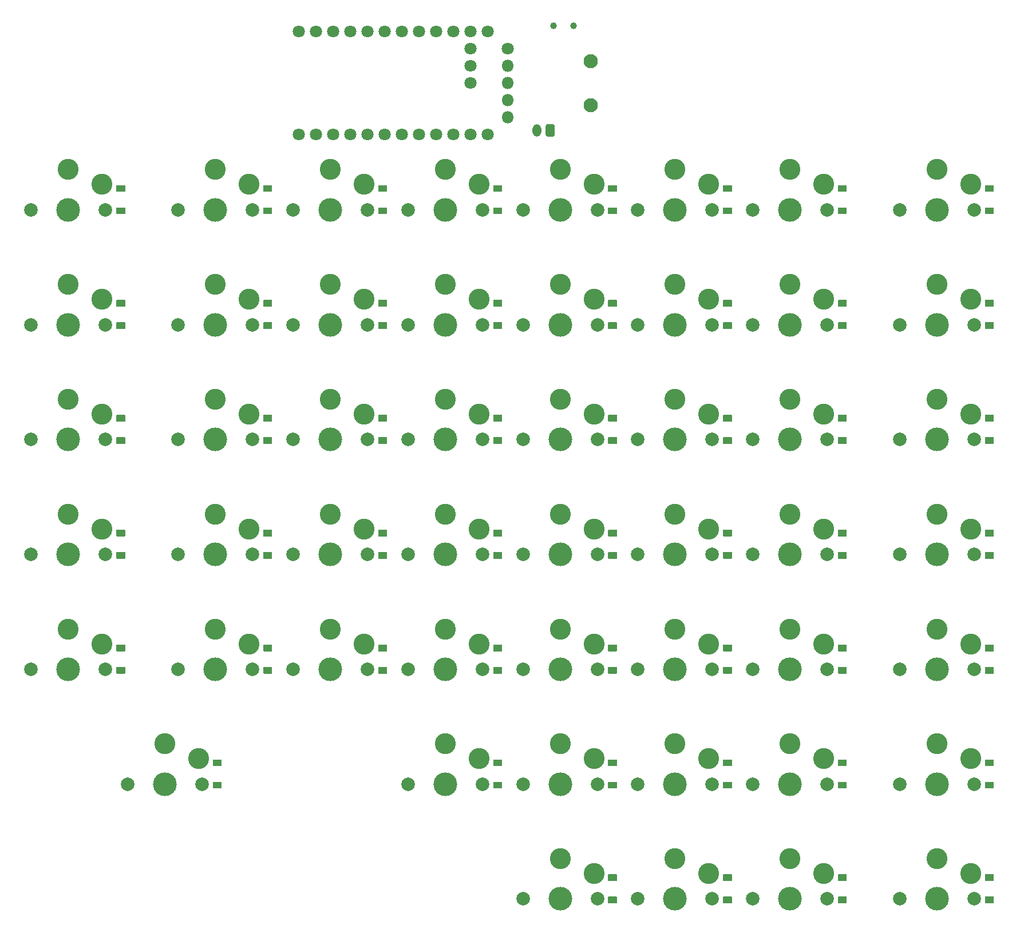
<source format=gts>
G04 #@! TF.GenerationSoftware,KiCad,Pcbnew,8.0.4+1*
G04 #@! TF.CreationDate,2024-10-01T15:26:09+00:00*
G04 #@! TF.ProjectId,right,72696768-742e-46b6-9963-61645f706362,v0.2*
G04 #@! TF.SameCoordinates,Original*
G04 #@! TF.FileFunction,Soldermask,Top*
G04 #@! TF.FilePolarity,Negative*
%FSLAX46Y46*%
G04 Gerber Fmt 4.6, Leading zero omitted, Abs format (unit mm)*
G04 Created by KiCad (PCBNEW 8.0.4+1) date 2024-10-01 15:26:09*
%MOMM*%
%LPD*%
G01*
G04 APERTURE LIST*
%ADD10O,1.800000X1.800000*%
%ADD11C,1.800000*%
%ADD12O,1.300000X1.850000*%
%ADD13C,2.000000*%
%ADD14C,3.100000*%
%ADD15C,3.500000*%
%ADD16C,2.100000*%
%ADD17C,1.000000*%
G04 APERTURE END LIST*
G36*
G01*
X361600000Y-83650000D02*
X360400000Y-83650000D01*
G75*
G02*
X360350000Y-83600000I0J50000D01*
G01*
X360350000Y-82700000D01*
G75*
G02*
X360400000Y-82650000I50000J0D01*
G01*
X361600000Y-82650000D01*
G75*
G02*
X361650000Y-82700000I0J-50000D01*
G01*
X361650000Y-83600000D01*
G75*
G02*
X361600000Y-83650000I-50000J0D01*
G01*
G37*
G36*
G01*
X361600000Y-80350000D02*
X360400000Y-80350000D01*
G75*
G02*
X360350000Y-80300000I0J50000D01*
G01*
X360350000Y-79400000D01*
G75*
G02*
X360400000Y-79350000I50000J0D01*
G01*
X361600000Y-79350000D01*
G75*
G02*
X361650000Y-79400000I0J-50000D01*
G01*
X361650000Y-80300000D01*
G75*
G02*
X361600000Y-80350000I-50000J0D01*
G01*
G37*
G36*
G01*
X254850000Y-49650000D02*
X253650000Y-49650000D01*
G75*
G02*
X253600000Y-49600000I0J50000D01*
G01*
X253600000Y-48700000D01*
G75*
G02*
X253650000Y-48650000I50000J0D01*
G01*
X254850000Y-48650000D01*
G75*
G02*
X254900000Y-48700000I0J-50000D01*
G01*
X254900000Y-49600000D01*
G75*
G02*
X254850000Y-49650000I-50000J0D01*
G01*
G37*
G36*
G01*
X254850000Y-46350000D02*
X253650000Y-46350000D01*
G75*
G02*
X253600000Y-46300000I0J50000D01*
G01*
X253600000Y-45400000D01*
G75*
G02*
X253650000Y-45350000I50000J0D01*
G01*
X254850000Y-45350000D01*
G75*
G02*
X254900000Y-45400000I0J-50000D01*
G01*
X254900000Y-46300000D01*
G75*
G02*
X254850000Y-46350000I-50000J0D01*
G01*
G37*
G36*
G01*
X269100000Y-117650000D02*
X267900000Y-117650000D01*
G75*
G02*
X267850000Y-117600000I0J50000D01*
G01*
X267850000Y-116700000D01*
G75*
G02*
X267900000Y-116650000I50000J0D01*
G01*
X269100000Y-116650000D01*
G75*
G02*
X269150000Y-116700000I0J-50000D01*
G01*
X269150000Y-117600000D01*
G75*
G02*
X269100000Y-117650000I-50000J0D01*
G01*
G37*
G36*
G01*
X269100000Y-114350000D02*
X267900000Y-114350000D01*
G75*
G02*
X267850000Y-114300000I0J50000D01*
G01*
X267850000Y-113400000D01*
G75*
G02*
X267900000Y-113350000I50000J0D01*
G01*
X269100000Y-113350000D01*
G75*
G02*
X269150000Y-113400000I0J-50000D01*
G01*
X269150000Y-114300000D01*
G75*
G02*
X269100000Y-114350000I-50000J0D01*
G01*
G37*
G36*
G01*
X327600000Y-100650000D02*
X326400000Y-100650000D01*
G75*
G02*
X326350000Y-100600000I0J50000D01*
G01*
X326350000Y-99700000D01*
G75*
G02*
X326400000Y-99650000I50000J0D01*
G01*
X327600000Y-99650000D01*
G75*
G02*
X327650000Y-99700000I0J-50000D01*
G01*
X327650000Y-100600000D01*
G75*
G02*
X327600000Y-100650000I-50000J0D01*
G01*
G37*
G36*
G01*
X327600000Y-97350000D02*
X326400000Y-97350000D01*
G75*
G02*
X326350000Y-97300000I0J50000D01*
G01*
X326350000Y-96400000D01*
G75*
G02*
X326400000Y-96350000I50000J0D01*
G01*
X327600000Y-96350000D01*
G75*
G02*
X327650000Y-96400000I0J-50000D01*
G01*
X327650000Y-97300000D01*
G75*
G02*
X327600000Y-97350000I-50000J0D01*
G01*
G37*
G36*
G01*
X293600000Y-66650000D02*
X292400000Y-66650000D01*
G75*
G02*
X292350000Y-66600000I0J50000D01*
G01*
X292350000Y-65700000D01*
G75*
G02*
X292400000Y-65650000I50000J0D01*
G01*
X293600000Y-65650000D01*
G75*
G02*
X293650000Y-65700000I0J-50000D01*
G01*
X293650000Y-66600000D01*
G75*
G02*
X293600000Y-66650000I-50000J0D01*
G01*
G37*
G36*
G01*
X293600000Y-63350000D02*
X292400000Y-63350000D01*
G75*
G02*
X292350000Y-63300000I0J50000D01*
G01*
X292350000Y-62400000D01*
G75*
G02*
X292400000Y-62350000I50000J0D01*
G01*
X293600000Y-62350000D01*
G75*
G02*
X293650000Y-62400000I0J-50000D01*
G01*
X293650000Y-63300000D01*
G75*
G02*
X293600000Y-63350000I-50000J0D01*
G01*
G37*
G36*
G01*
X293600000Y-83650000D02*
X292400000Y-83650000D01*
G75*
G02*
X292350000Y-83600000I0J50000D01*
G01*
X292350000Y-82700000D01*
G75*
G02*
X292400000Y-82650000I50000J0D01*
G01*
X293600000Y-82650000D01*
G75*
G02*
X293650000Y-82700000I0J-50000D01*
G01*
X293650000Y-83600000D01*
G75*
G02*
X293600000Y-83650000I-50000J0D01*
G01*
G37*
G36*
G01*
X293600000Y-80350000D02*
X292400000Y-80350000D01*
G75*
G02*
X292350000Y-80300000I0J50000D01*
G01*
X292350000Y-79400000D01*
G75*
G02*
X292400000Y-79350000I50000J0D01*
G01*
X293600000Y-79350000D01*
G75*
G02*
X293650000Y-79400000I0J-50000D01*
G01*
X293650000Y-80300000D01*
G75*
G02*
X293600000Y-80350000I-50000J0D01*
G01*
G37*
G36*
G01*
X310600000Y-49650000D02*
X309400000Y-49650000D01*
G75*
G02*
X309350000Y-49600000I0J50000D01*
G01*
X309350000Y-48700000D01*
G75*
G02*
X309400000Y-48650000I50000J0D01*
G01*
X310600000Y-48650000D01*
G75*
G02*
X310650000Y-48700000I0J-50000D01*
G01*
X310650000Y-49600000D01*
G75*
G02*
X310600000Y-49650000I-50000J0D01*
G01*
G37*
G36*
G01*
X310600000Y-46350000D02*
X309400000Y-46350000D01*
G75*
G02*
X309350000Y-46300000I0J50000D01*
G01*
X309350000Y-45400000D01*
G75*
G02*
X309400000Y-45350000I50000J0D01*
G01*
X310600000Y-45350000D01*
G75*
G02*
X310650000Y-45400000I0J-50000D01*
G01*
X310650000Y-46300000D01*
G75*
G02*
X310600000Y-46350000I-50000J0D01*
G01*
G37*
G36*
G01*
X383350000Y-134650000D02*
X382150000Y-134650000D01*
G75*
G02*
X382100000Y-134600000I0J50000D01*
G01*
X382100000Y-133700000D01*
G75*
G02*
X382150000Y-133650000I50000J0D01*
G01*
X383350000Y-133650000D01*
G75*
G02*
X383400000Y-133700000I0J-50000D01*
G01*
X383400000Y-134600000D01*
G75*
G02*
X383350000Y-134650000I-50000J0D01*
G01*
G37*
G36*
G01*
X383350000Y-131350000D02*
X382150000Y-131350000D01*
G75*
G02*
X382100000Y-131300000I0J50000D01*
G01*
X382100000Y-130400000D01*
G75*
G02*
X382150000Y-130350000I50000J0D01*
G01*
X383350000Y-130350000D01*
G75*
G02*
X383400000Y-130400000I0J-50000D01*
G01*
X383400000Y-131300000D01*
G75*
G02*
X383350000Y-131350000I-50000J0D01*
G01*
G37*
G36*
G01*
X327600000Y-117650000D02*
X326400000Y-117650000D01*
G75*
G02*
X326350000Y-117600000I0J50000D01*
G01*
X326350000Y-116700000D01*
G75*
G02*
X326400000Y-116650000I50000J0D01*
G01*
X327600000Y-116650000D01*
G75*
G02*
X327650000Y-116700000I0J-50000D01*
G01*
X327650000Y-117600000D01*
G75*
G02*
X327600000Y-117650000I-50000J0D01*
G01*
G37*
G36*
G01*
X327600000Y-114350000D02*
X326400000Y-114350000D01*
G75*
G02*
X326350000Y-114300000I0J50000D01*
G01*
X326350000Y-113400000D01*
G75*
G02*
X326400000Y-113350000I50000J0D01*
G01*
X327600000Y-113350000D01*
G75*
G02*
X327650000Y-113400000I0J-50000D01*
G01*
X327650000Y-114300000D01*
G75*
G02*
X327600000Y-114350000I-50000J0D01*
G01*
G37*
G36*
G01*
X310600000Y-100650000D02*
X309400000Y-100650000D01*
G75*
G02*
X309350000Y-100600000I0J50000D01*
G01*
X309350000Y-99700000D01*
G75*
G02*
X309400000Y-99650000I50000J0D01*
G01*
X310600000Y-99650000D01*
G75*
G02*
X310650000Y-99700000I0J-50000D01*
G01*
X310650000Y-100600000D01*
G75*
G02*
X310600000Y-100650000I-50000J0D01*
G01*
G37*
G36*
G01*
X310600000Y-97350000D02*
X309400000Y-97350000D01*
G75*
G02*
X309350000Y-97300000I0J50000D01*
G01*
X309350000Y-96400000D01*
G75*
G02*
X309400000Y-96350000I50000J0D01*
G01*
X310600000Y-96350000D01*
G75*
G02*
X310650000Y-96400000I0J-50000D01*
G01*
X310650000Y-97300000D01*
G75*
G02*
X310600000Y-97350000I-50000J0D01*
G01*
G37*
G36*
G01*
X383350000Y-32650000D02*
X382150000Y-32650000D01*
G75*
G02*
X382100000Y-32600000I0J50000D01*
G01*
X382100000Y-31700000D01*
G75*
G02*
X382150000Y-31650000I50000J0D01*
G01*
X383350000Y-31650000D01*
G75*
G02*
X383400000Y-31700000I0J-50000D01*
G01*
X383400000Y-32600000D01*
G75*
G02*
X383350000Y-32650000I-50000J0D01*
G01*
G37*
G36*
G01*
X383350000Y-29350000D02*
X382150000Y-29350000D01*
G75*
G02*
X382100000Y-29300000I0J50000D01*
G01*
X382100000Y-28400000D01*
G75*
G02*
X382150000Y-28350000I50000J0D01*
G01*
X383350000Y-28350000D01*
G75*
G02*
X383400000Y-28400000I0J-50000D01*
G01*
X383400000Y-29300000D01*
G75*
G02*
X383350000Y-29350000I-50000J0D01*
G01*
G37*
D10*
X311460000Y-18330000D03*
X311460000Y-15790000D03*
X311460000Y-13250000D03*
X311460000Y-10710000D03*
D11*
X311460000Y-8170000D03*
G36*
G01*
X383350000Y-49650000D02*
X382150000Y-49650000D01*
G75*
G02*
X382100000Y-49600000I0J50000D01*
G01*
X382100000Y-48700000D01*
G75*
G02*
X382150000Y-48650000I50000J0D01*
G01*
X383350000Y-48650000D01*
G75*
G02*
X383400000Y-48700000I0J-50000D01*
G01*
X383400000Y-49600000D01*
G75*
G02*
X383350000Y-49650000I-50000J0D01*
G01*
G37*
G36*
G01*
X383350000Y-46350000D02*
X382150000Y-46350000D01*
G75*
G02*
X382100000Y-46300000I0J50000D01*
G01*
X382100000Y-45400000D01*
G75*
G02*
X382150000Y-45350000I50000J0D01*
G01*
X383350000Y-45350000D01*
G75*
G02*
X383400000Y-45400000I0J-50000D01*
G01*
X383400000Y-46300000D01*
G75*
G02*
X383350000Y-46350000I-50000J0D01*
G01*
G37*
G36*
G01*
X254850000Y-100650000D02*
X253650000Y-100650000D01*
G75*
G02*
X253600000Y-100600000I0J50000D01*
G01*
X253600000Y-99700000D01*
G75*
G02*
X253650000Y-99650000I50000J0D01*
G01*
X254850000Y-99650000D01*
G75*
G02*
X254900000Y-99700000I0J-50000D01*
G01*
X254900000Y-100600000D01*
G75*
G02*
X254850000Y-100650000I-50000J0D01*
G01*
G37*
G36*
G01*
X254850000Y-97350000D02*
X253650000Y-97350000D01*
G75*
G02*
X253600000Y-97300000I0J50000D01*
G01*
X253600000Y-96400000D01*
G75*
G02*
X253650000Y-96350000I50000J0D01*
G01*
X254850000Y-96350000D01*
G75*
G02*
X254900000Y-96400000I0J-50000D01*
G01*
X254900000Y-97300000D01*
G75*
G02*
X254850000Y-97350000I-50000J0D01*
G01*
G37*
G36*
G01*
X383350000Y-66650000D02*
X382150000Y-66650000D01*
G75*
G02*
X382100000Y-66600000I0J50000D01*
G01*
X382100000Y-65700000D01*
G75*
G02*
X382150000Y-65650000I50000J0D01*
G01*
X383350000Y-65650000D01*
G75*
G02*
X383400000Y-65700000I0J-50000D01*
G01*
X383400000Y-66600000D01*
G75*
G02*
X383350000Y-66650000I-50000J0D01*
G01*
G37*
G36*
G01*
X383350000Y-63350000D02*
X382150000Y-63350000D01*
G75*
G02*
X382100000Y-63300000I0J50000D01*
G01*
X382100000Y-62400000D01*
G75*
G02*
X382150000Y-62350000I50000J0D01*
G01*
X383350000Y-62350000D01*
G75*
G02*
X383400000Y-62400000I0J-50000D01*
G01*
X383400000Y-63300000D01*
G75*
G02*
X383350000Y-63350000I-50000J0D01*
G01*
G37*
G36*
G01*
X361600000Y-32650000D02*
X360400000Y-32650000D01*
G75*
G02*
X360350000Y-32600000I0J50000D01*
G01*
X360350000Y-31700000D01*
G75*
G02*
X360400000Y-31650000I50000J0D01*
G01*
X361600000Y-31650000D01*
G75*
G02*
X361650000Y-31700000I0J-50000D01*
G01*
X361650000Y-32600000D01*
G75*
G02*
X361600000Y-32650000I-50000J0D01*
G01*
G37*
G36*
G01*
X361600000Y-29350000D02*
X360400000Y-29350000D01*
G75*
G02*
X360350000Y-29300000I0J50000D01*
G01*
X360350000Y-28400000D01*
G75*
G02*
X360400000Y-28350000I50000J0D01*
G01*
X361600000Y-28350000D01*
G75*
G02*
X361650000Y-28400000I0J-50000D01*
G01*
X361650000Y-29300000D01*
G75*
G02*
X361600000Y-29350000I-50000J0D01*
G01*
G37*
G36*
G01*
X310600000Y-66650000D02*
X309400000Y-66650000D01*
G75*
G02*
X309350000Y-66600000I0J50000D01*
G01*
X309350000Y-65700000D01*
G75*
G02*
X309400000Y-65650000I50000J0D01*
G01*
X310600000Y-65650000D01*
G75*
G02*
X310650000Y-65700000I0J-50000D01*
G01*
X310650000Y-66600000D01*
G75*
G02*
X310600000Y-66650000I-50000J0D01*
G01*
G37*
G36*
G01*
X310600000Y-63350000D02*
X309400000Y-63350000D01*
G75*
G02*
X309350000Y-63300000I0J50000D01*
G01*
X309350000Y-62400000D01*
G75*
G02*
X309400000Y-62350000I50000J0D01*
G01*
X310600000Y-62350000D01*
G75*
G02*
X310650000Y-62400000I0J-50000D01*
G01*
X310650000Y-63300000D01*
G75*
G02*
X310600000Y-63350000I-50000J0D01*
G01*
G37*
G36*
G01*
X310600000Y-83650000D02*
X309400000Y-83650000D01*
G75*
G02*
X309350000Y-83600000I0J50000D01*
G01*
X309350000Y-82700000D01*
G75*
G02*
X309400000Y-82650000I50000J0D01*
G01*
X310600000Y-82650000D01*
G75*
G02*
X310650000Y-82700000I0J-50000D01*
G01*
X310650000Y-83600000D01*
G75*
G02*
X310600000Y-83650000I-50000J0D01*
G01*
G37*
G36*
G01*
X310600000Y-80350000D02*
X309400000Y-80350000D01*
G75*
G02*
X309350000Y-80300000I0J50000D01*
G01*
X309350000Y-79400000D01*
G75*
G02*
X309400000Y-79350000I50000J0D01*
G01*
X310600000Y-79350000D01*
G75*
G02*
X310650000Y-79400000I0J-50000D01*
G01*
X310650000Y-80300000D01*
G75*
G02*
X310600000Y-80350000I-50000J0D01*
G01*
G37*
G36*
G01*
X344600000Y-49650000D02*
X343400000Y-49650000D01*
G75*
G02*
X343350000Y-49600000I0J50000D01*
G01*
X343350000Y-48700000D01*
G75*
G02*
X343400000Y-48650000I50000J0D01*
G01*
X344600000Y-48650000D01*
G75*
G02*
X344650000Y-48700000I0J-50000D01*
G01*
X344650000Y-49600000D01*
G75*
G02*
X344600000Y-49650000I-50000J0D01*
G01*
G37*
G36*
G01*
X344600000Y-46350000D02*
X343400000Y-46350000D01*
G75*
G02*
X343350000Y-46300000I0J50000D01*
G01*
X343350000Y-45400000D01*
G75*
G02*
X343400000Y-45350000I50000J0D01*
G01*
X344600000Y-45350000D01*
G75*
G02*
X344650000Y-45400000I0J-50000D01*
G01*
X344650000Y-46300000D01*
G75*
G02*
X344600000Y-46350000I-50000J0D01*
G01*
G37*
G36*
G01*
X276600000Y-32650000D02*
X275400000Y-32650000D01*
G75*
G02*
X275350000Y-32600000I0J50000D01*
G01*
X275350000Y-31700000D01*
G75*
G02*
X275400000Y-31650000I50000J0D01*
G01*
X276600000Y-31650000D01*
G75*
G02*
X276650000Y-31700000I0J-50000D01*
G01*
X276650000Y-32600000D01*
G75*
G02*
X276600000Y-32650000I-50000J0D01*
G01*
G37*
G36*
G01*
X276600000Y-29350000D02*
X275400000Y-29350000D01*
G75*
G02*
X275350000Y-29300000I0J50000D01*
G01*
X275350000Y-28400000D01*
G75*
G02*
X275400000Y-28350000I50000J0D01*
G01*
X276600000Y-28350000D01*
G75*
G02*
X276650000Y-28400000I0J-50000D01*
G01*
X276650000Y-29300000D01*
G75*
G02*
X276600000Y-29350000I-50000J0D01*
G01*
G37*
G36*
G01*
X383350000Y-83650000D02*
X382150000Y-83650000D01*
G75*
G02*
X382100000Y-83600000I0J50000D01*
G01*
X382100000Y-82700000D01*
G75*
G02*
X382150000Y-82650000I50000J0D01*
G01*
X383350000Y-82650000D01*
G75*
G02*
X383400000Y-82700000I0J-50000D01*
G01*
X383400000Y-83600000D01*
G75*
G02*
X383350000Y-83650000I-50000J0D01*
G01*
G37*
G36*
G01*
X383350000Y-80350000D02*
X382150000Y-80350000D01*
G75*
G02*
X382100000Y-80300000I0J50000D01*
G01*
X382100000Y-79400000D01*
G75*
G02*
X382150000Y-79350000I50000J0D01*
G01*
X383350000Y-79350000D01*
G75*
G02*
X383400000Y-79400000I0J-50000D01*
G01*
X383400000Y-80300000D01*
G75*
G02*
X383350000Y-80350000I-50000J0D01*
G01*
G37*
G36*
G01*
X344600000Y-66650000D02*
X343400000Y-66650000D01*
G75*
G02*
X343350000Y-66600000I0J50000D01*
G01*
X343350000Y-65700000D01*
G75*
G02*
X343400000Y-65650000I50000J0D01*
G01*
X344600000Y-65650000D01*
G75*
G02*
X344650000Y-65700000I0J-50000D01*
G01*
X344650000Y-66600000D01*
G75*
G02*
X344600000Y-66650000I-50000J0D01*
G01*
G37*
G36*
G01*
X344600000Y-63350000D02*
X343400000Y-63350000D01*
G75*
G02*
X343350000Y-63300000I0J50000D01*
G01*
X343350000Y-62400000D01*
G75*
G02*
X343400000Y-62350000I50000J0D01*
G01*
X344600000Y-62350000D01*
G75*
G02*
X344650000Y-62400000I0J-50000D01*
G01*
X344650000Y-63300000D01*
G75*
G02*
X344600000Y-63350000I-50000J0D01*
G01*
G37*
G36*
G01*
X361600000Y-100650000D02*
X360400000Y-100650000D01*
G75*
G02*
X360350000Y-100600000I0J50000D01*
G01*
X360350000Y-99700000D01*
G75*
G02*
X360400000Y-99650000I50000J0D01*
G01*
X361600000Y-99650000D01*
G75*
G02*
X361650000Y-99700000I0J-50000D01*
G01*
X361650000Y-100600000D01*
G75*
G02*
X361600000Y-100650000I-50000J0D01*
G01*
G37*
G36*
G01*
X361600000Y-97350000D02*
X360400000Y-97350000D01*
G75*
G02*
X360350000Y-97300000I0J50000D01*
G01*
X360350000Y-96400000D01*
G75*
G02*
X360400000Y-96350000I50000J0D01*
G01*
X361600000Y-96350000D01*
G75*
G02*
X361650000Y-96400000I0J-50000D01*
G01*
X361650000Y-97300000D01*
G75*
G02*
X361600000Y-97350000I-50000J0D01*
G01*
G37*
X280560000Y-5630000D03*
X283100000Y-5630000D03*
X285640000Y-5630000D03*
X288180000Y-5630000D03*
X290720000Y-5630000D03*
X293260000Y-5630000D03*
X295800000Y-5630000D03*
X298340000Y-5630000D03*
X300880000Y-5630000D03*
X303420000Y-5630000D03*
X305960000Y-5630000D03*
X308500000Y-5630000D03*
X308500000Y-20870000D03*
X305960000Y-20870000D03*
X303420000Y-20870000D03*
X300880000Y-20870000D03*
X298340000Y-20870000D03*
X295800000Y-20870000D03*
X293260000Y-20870000D03*
X290720000Y-20870000D03*
X288180000Y-20870000D03*
X285640000Y-20870000D03*
X283100000Y-20870000D03*
X280560000Y-20870000D03*
X305960000Y-8170000D03*
X305960000Y-10710000D03*
X305960000Y-13250000D03*
G36*
G01*
X327600000Y-83650000D02*
X326400000Y-83650000D01*
G75*
G02*
X326350000Y-83600000I0J50000D01*
G01*
X326350000Y-82700000D01*
G75*
G02*
X326400000Y-82650000I50000J0D01*
G01*
X327600000Y-82650000D01*
G75*
G02*
X327650000Y-82700000I0J-50000D01*
G01*
X327650000Y-83600000D01*
G75*
G02*
X327600000Y-83650000I-50000J0D01*
G01*
G37*
G36*
G01*
X327600000Y-80350000D02*
X326400000Y-80350000D01*
G75*
G02*
X326350000Y-80300000I0J50000D01*
G01*
X326350000Y-79400000D01*
G75*
G02*
X326400000Y-79350000I50000J0D01*
G01*
X327600000Y-79350000D01*
G75*
G02*
X327650000Y-79400000I0J-50000D01*
G01*
X327650000Y-80300000D01*
G75*
G02*
X327600000Y-80350000I-50000J0D01*
G01*
G37*
G36*
G01*
X327600000Y-32650000D02*
X326400000Y-32650000D01*
G75*
G02*
X326350000Y-32600000I0J50000D01*
G01*
X326350000Y-31700000D01*
G75*
G02*
X326400000Y-31650000I50000J0D01*
G01*
X327600000Y-31650000D01*
G75*
G02*
X327650000Y-31700000I0J-50000D01*
G01*
X327650000Y-32600000D01*
G75*
G02*
X327600000Y-32650000I-50000J0D01*
G01*
G37*
G36*
G01*
X327600000Y-29350000D02*
X326400000Y-29350000D01*
G75*
G02*
X326350000Y-29300000I0J50000D01*
G01*
X326350000Y-28400000D01*
G75*
G02*
X326400000Y-28350000I50000J0D01*
G01*
X327600000Y-28350000D01*
G75*
G02*
X327650000Y-28400000I0J-50000D01*
G01*
X327650000Y-29300000D01*
G75*
G02*
X327600000Y-29350000I-50000J0D01*
G01*
G37*
G36*
G01*
X361600000Y-117650000D02*
X360400000Y-117650000D01*
G75*
G02*
X360350000Y-117600000I0J50000D01*
G01*
X360350000Y-116700000D01*
G75*
G02*
X360400000Y-116650000I50000J0D01*
G01*
X361600000Y-116650000D01*
G75*
G02*
X361650000Y-116700000I0J-50000D01*
G01*
X361650000Y-117600000D01*
G75*
G02*
X361600000Y-117650000I-50000J0D01*
G01*
G37*
G36*
G01*
X361600000Y-114350000D02*
X360400000Y-114350000D01*
G75*
G02*
X360350000Y-114300000I0J50000D01*
G01*
X360350000Y-113400000D01*
G75*
G02*
X360400000Y-113350000I50000J0D01*
G01*
X361600000Y-113350000D01*
G75*
G02*
X361650000Y-113400000I0J-50000D01*
G01*
X361650000Y-114300000D01*
G75*
G02*
X361600000Y-114350000I-50000J0D01*
G01*
G37*
G36*
G01*
X276600000Y-83650000D02*
X275400000Y-83650000D01*
G75*
G02*
X275350000Y-83600000I0J50000D01*
G01*
X275350000Y-82700000D01*
G75*
G02*
X275400000Y-82650000I50000J0D01*
G01*
X276600000Y-82650000D01*
G75*
G02*
X276650000Y-82700000I0J-50000D01*
G01*
X276650000Y-83600000D01*
G75*
G02*
X276600000Y-83650000I-50000J0D01*
G01*
G37*
G36*
G01*
X276600000Y-80350000D02*
X275400000Y-80350000D01*
G75*
G02*
X275350000Y-80300000I0J50000D01*
G01*
X275350000Y-79400000D01*
G75*
G02*
X275400000Y-79350000I50000J0D01*
G01*
X276600000Y-79350000D01*
G75*
G02*
X276650000Y-79400000I0J-50000D01*
G01*
X276650000Y-80300000D01*
G75*
G02*
X276600000Y-80350000I-50000J0D01*
G01*
G37*
G36*
G01*
X254850000Y-83650000D02*
X253650000Y-83650000D01*
G75*
G02*
X253600000Y-83600000I0J50000D01*
G01*
X253600000Y-82700000D01*
G75*
G02*
X253650000Y-82650000I50000J0D01*
G01*
X254850000Y-82650000D01*
G75*
G02*
X254900000Y-82700000I0J-50000D01*
G01*
X254900000Y-83600000D01*
G75*
G02*
X254850000Y-83650000I-50000J0D01*
G01*
G37*
G36*
G01*
X254850000Y-80350000D02*
X253650000Y-80350000D01*
G75*
G02*
X253600000Y-80300000I0J50000D01*
G01*
X253600000Y-79400000D01*
G75*
G02*
X253650000Y-79350000I50000J0D01*
G01*
X254850000Y-79350000D01*
G75*
G02*
X254900000Y-79400000I0J-50000D01*
G01*
X254900000Y-80300000D01*
G75*
G02*
X254850000Y-80350000I-50000J0D01*
G01*
G37*
G36*
G01*
X293600000Y-49650000D02*
X292400000Y-49650000D01*
G75*
G02*
X292350000Y-49600000I0J50000D01*
G01*
X292350000Y-48700000D01*
G75*
G02*
X292400000Y-48650000I50000J0D01*
G01*
X293600000Y-48650000D01*
G75*
G02*
X293650000Y-48700000I0J-50000D01*
G01*
X293650000Y-49600000D01*
G75*
G02*
X293600000Y-49650000I-50000J0D01*
G01*
G37*
G36*
G01*
X293600000Y-46350000D02*
X292400000Y-46350000D01*
G75*
G02*
X292350000Y-46300000I0J50000D01*
G01*
X292350000Y-45400000D01*
G75*
G02*
X292400000Y-45350000I50000J0D01*
G01*
X293600000Y-45350000D01*
G75*
G02*
X293650000Y-45400000I0J-50000D01*
G01*
X293650000Y-46300000D01*
G75*
G02*
X293600000Y-46350000I-50000J0D01*
G01*
G37*
G36*
G01*
X310600000Y-117650000D02*
X309400000Y-117650000D01*
G75*
G02*
X309350000Y-117600000I0J50000D01*
G01*
X309350000Y-116700000D01*
G75*
G02*
X309400000Y-116650000I50000J0D01*
G01*
X310600000Y-116650000D01*
G75*
G02*
X310650000Y-116700000I0J-50000D01*
G01*
X310650000Y-117600000D01*
G75*
G02*
X310600000Y-117650000I-50000J0D01*
G01*
G37*
G36*
G01*
X310600000Y-114350000D02*
X309400000Y-114350000D01*
G75*
G02*
X309350000Y-114300000I0J50000D01*
G01*
X309350000Y-113400000D01*
G75*
G02*
X309400000Y-113350000I50000J0D01*
G01*
X310600000Y-113350000D01*
G75*
G02*
X310650000Y-113400000I0J-50000D01*
G01*
X310650000Y-114300000D01*
G75*
G02*
X310600000Y-114350000I-50000J0D01*
G01*
G37*
G36*
G01*
X327600000Y-134650000D02*
X326400000Y-134650000D01*
G75*
G02*
X326350000Y-134600000I0J50000D01*
G01*
X326350000Y-133700000D01*
G75*
G02*
X326400000Y-133650000I50000J0D01*
G01*
X327600000Y-133650000D01*
G75*
G02*
X327650000Y-133700000I0J-50000D01*
G01*
X327650000Y-134600000D01*
G75*
G02*
X327600000Y-134650000I-50000J0D01*
G01*
G37*
G36*
G01*
X327600000Y-131350000D02*
X326400000Y-131350000D01*
G75*
G02*
X326350000Y-131300000I0J50000D01*
G01*
X326350000Y-130400000D01*
G75*
G02*
X326400000Y-130350000I50000J0D01*
G01*
X327600000Y-130350000D01*
G75*
G02*
X327650000Y-130400000I0J-50000D01*
G01*
X327650000Y-131300000D01*
G75*
G02*
X327600000Y-131350000I-50000J0D01*
G01*
G37*
G36*
G01*
X276600000Y-66650000D02*
X275400000Y-66650000D01*
G75*
G02*
X275350000Y-66600000I0J50000D01*
G01*
X275350000Y-65700000D01*
G75*
G02*
X275400000Y-65650000I50000J0D01*
G01*
X276600000Y-65650000D01*
G75*
G02*
X276650000Y-65700000I0J-50000D01*
G01*
X276650000Y-66600000D01*
G75*
G02*
X276600000Y-66650000I-50000J0D01*
G01*
G37*
G36*
G01*
X276600000Y-63350000D02*
X275400000Y-63350000D01*
G75*
G02*
X275350000Y-63300000I0J50000D01*
G01*
X275350000Y-62400000D01*
G75*
G02*
X275400000Y-62350000I50000J0D01*
G01*
X276600000Y-62350000D01*
G75*
G02*
X276650000Y-62400000I0J-50000D01*
G01*
X276650000Y-63300000D01*
G75*
G02*
X276600000Y-63350000I-50000J0D01*
G01*
G37*
G36*
G01*
X310600000Y-32650000D02*
X309400000Y-32650000D01*
G75*
G02*
X309350000Y-32600000I0J50000D01*
G01*
X309350000Y-31700000D01*
G75*
G02*
X309400000Y-31650000I50000J0D01*
G01*
X310600000Y-31650000D01*
G75*
G02*
X310650000Y-31700000I0J-50000D01*
G01*
X310650000Y-32600000D01*
G75*
G02*
X310600000Y-32650000I-50000J0D01*
G01*
G37*
G36*
G01*
X310600000Y-29350000D02*
X309400000Y-29350000D01*
G75*
G02*
X309350000Y-29300000I0J50000D01*
G01*
X309350000Y-28400000D01*
G75*
G02*
X309400000Y-28350000I50000J0D01*
G01*
X310600000Y-28350000D01*
G75*
G02*
X310650000Y-28400000I0J-50000D01*
G01*
X310650000Y-29300000D01*
G75*
G02*
X310600000Y-29350000I-50000J0D01*
G01*
G37*
G36*
G01*
X327600000Y-66650000D02*
X326400000Y-66650000D01*
G75*
G02*
X326350000Y-66600000I0J50000D01*
G01*
X326350000Y-65700000D01*
G75*
G02*
X326400000Y-65650000I50000J0D01*
G01*
X327600000Y-65650000D01*
G75*
G02*
X327650000Y-65700000I0J-50000D01*
G01*
X327650000Y-66600000D01*
G75*
G02*
X327600000Y-66650000I-50000J0D01*
G01*
G37*
G36*
G01*
X327600000Y-63350000D02*
X326400000Y-63350000D01*
G75*
G02*
X326350000Y-63300000I0J50000D01*
G01*
X326350000Y-62400000D01*
G75*
G02*
X326400000Y-62350000I50000J0D01*
G01*
X327600000Y-62350000D01*
G75*
G02*
X327650000Y-62400000I0J-50000D01*
G01*
X327650000Y-63300000D01*
G75*
G02*
X327600000Y-63350000I-50000J0D01*
G01*
G37*
G36*
G01*
X344600000Y-83650000D02*
X343400000Y-83650000D01*
G75*
G02*
X343350000Y-83600000I0J50000D01*
G01*
X343350000Y-82700000D01*
G75*
G02*
X343400000Y-82650000I50000J0D01*
G01*
X344600000Y-82650000D01*
G75*
G02*
X344650000Y-82700000I0J-50000D01*
G01*
X344650000Y-83600000D01*
G75*
G02*
X344600000Y-83650000I-50000J0D01*
G01*
G37*
G36*
G01*
X344600000Y-80350000D02*
X343400000Y-80350000D01*
G75*
G02*
X343350000Y-80300000I0J50000D01*
G01*
X343350000Y-79400000D01*
G75*
G02*
X343400000Y-79350000I50000J0D01*
G01*
X344600000Y-79350000D01*
G75*
G02*
X344650000Y-79400000I0J-50000D01*
G01*
X344650000Y-80300000D01*
G75*
G02*
X344600000Y-80350000I-50000J0D01*
G01*
G37*
G36*
G01*
X293600000Y-100650000D02*
X292400000Y-100650000D01*
G75*
G02*
X292350000Y-100600000I0J50000D01*
G01*
X292350000Y-99700000D01*
G75*
G02*
X292400000Y-99650000I50000J0D01*
G01*
X293600000Y-99650000D01*
G75*
G02*
X293650000Y-99700000I0J-50000D01*
G01*
X293650000Y-100600000D01*
G75*
G02*
X293600000Y-100650000I-50000J0D01*
G01*
G37*
G36*
G01*
X293600000Y-97350000D02*
X292400000Y-97350000D01*
G75*
G02*
X292350000Y-97300000I0J50000D01*
G01*
X292350000Y-96400000D01*
G75*
G02*
X292400000Y-96350000I50000J0D01*
G01*
X293600000Y-96350000D01*
G75*
G02*
X293650000Y-96400000I0J-50000D01*
G01*
X293650000Y-97300000D01*
G75*
G02*
X293600000Y-97350000I-50000J0D01*
G01*
G37*
G36*
G01*
X344600000Y-32650000D02*
X343400000Y-32650000D01*
G75*
G02*
X343350000Y-32600000I0J50000D01*
G01*
X343350000Y-31700000D01*
G75*
G02*
X343400000Y-31650000I50000J0D01*
G01*
X344600000Y-31650000D01*
G75*
G02*
X344650000Y-31700000I0J-50000D01*
G01*
X344650000Y-32600000D01*
G75*
G02*
X344600000Y-32650000I-50000J0D01*
G01*
G37*
G36*
G01*
X344600000Y-29350000D02*
X343400000Y-29350000D01*
G75*
G02*
X343350000Y-29300000I0J50000D01*
G01*
X343350000Y-28400000D01*
G75*
G02*
X343400000Y-28350000I50000J0D01*
G01*
X344600000Y-28350000D01*
G75*
G02*
X344650000Y-28400000I0J-50000D01*
G01*
X344650000Y-29300000D01*
G75*
G02*
X344600000Y-29350000I-50000J0D01*
G01*
G37*
G36*
G01*
X383350000Y-100650000D02*
X382150000Y-100650000D01*
G75*
G02*
X382100000Y-100600000I0J50000D01*
G01*
X382100000Y-99700000D01*
G75*
G02*
X382150000Y-99650000I50000J0D01*
G01*
X383350000Y-99650000D01*
G75*
G02*
X383400000Y-99700000I0J-50000D01*
G01*
X383400000Y-100600000D01*
G75*
G02*
X383350000Y-100650000I-50000J0D01*
G01*
G37*
G36*
G01*
X383350000Y-97350000D02*
X382150000Y-97350000D01*
G75*
G02*
X382100000Y-97300000I0J50000D01*
G01*
X382100000Y-96400000D01*
G75*
G02*
X382150000Y-96350000I50000J0D01*
G01*
X383350000Y-96350000D01*
G75*
G02*
X383400000Y-96400000I0J-50000D01*
G01*
X383400000Y-97300000D01*
G75*
G02*
X383350000Y-97350000I-50000J0D01*
G01*
G37*
G36*
G01*
X344600000Y-100650000D02*
X343400000Y-100650000D01*
G75*
G02*
X343350000Y-100600000I0J50000D01*
G01*
X343350000Y-99700000D01*
G75*
G02*
X343400000Y-99650000I50000J0D01*
G01*
X344600000Y-99650000D01*
G75*
G02*
X344650000Y-99700000I0J-50000D01*
G01*
X344650000Y-100600000D01*
G75*
G02*
X344600000Y-100650000I-50000J0D01*
G01*
G37*
G36*
G01*
X344600000Y-97350000D02*
X343400000Y-97350000D01*
G75*
G02*
X343350000Y-97300000I0J50000D01*
G01*
X343350000Y-96400000D01*
G75*
G02*
X343400000Y-96350000I50000J0D01*
G01*
X344600000Y-96350000D01*
G75*
G02*
X344650000Y-96400000I0J-50000D01*
G01*
X344650000Y-97300000D01*
G75*
G02*
X344600000Y-97350000I-50000J0D01*
G01*
G37*
G36*
G01*
X318420000Y-19585000D02*
X318420000Y-20915000D01*
G75*
G02*
X318160000Y-21175000I-260000J0D01*
G01*
X317380000Y-21175000D01*
G75*
G02*
X317120000Y-20915000I0J260000D01*
G01*
X317120000Y-19585000D01*
G75*
G02*
X317380000Y-19325000I260000J0D01*
G01*
X318160000Y-19325000D01*
G75*
G02*
X318420000Y-19585000I0J-260000D01*
G01*
G37*
D12*
X315770000Y-20250000D03*
G36*
G01*
X276600000Y-49650000D02*
X275400000Y-49650000D01*
G75*
G02*
X275350000Y-49600000I0J50000D01*
G01*
X275350000Y-48700000D01*
G75*
G02*
X275400000Y-48650000I50000J0D01*
G01*
X276600000Y-48650000D01*
G75*
G02*
X276650000Y-48700000I0J-50000D01*
G01*
X276650000Y-49600000D01*
G75*
G02*
X276600000Y-49650000I-50000J0D01*
G01*
G37*
G36*
G01*
X276600000Y-46350000D02*
X275400000Y-46350000D01*
G75*
G02*
X275350000Y-46300000I0J50000D01*
G01*
X275350000Y-45400000D01*
G75*
G02*
X275400000Y-45350000I50000J0D01*
G01*
X276600000Y-45350000D01*
G75*
G02*
X276650000Y-45400000I0J-50000D01*
G01*
X276650000Y-46300000D01*
G75*
G02*
X276600000Y-46350000I-50000J0D01*
G01*
G37*
G36*
G01*
X254850000Y-32650000D02*
X253650000Y-32650000D01*
G75*
G02*
X253600000Y-32600000I0J50000D01*
G01*
X253600000Y-31700000D01*
G75*
G02*
X253650000Y-31650000I50000J0D01*
G01*
X254850000Y-31650000D01*
G75*
G02*
X254900000Y-31700000I0J-50000D01*
G01*
X254900000Y-32600000D01*
G75*
G02*
X254850000Y-32650000I-50000J0D01*
G01*
G37*
G36*
G01*
X254850000Y-29350000D02*
X253650000Y-29350000D01*
G75*
G02*
X253600000Y-29300000I0J50000D01*
G01*
X253600000Y-28400000D01*
G75*
G02*
X253650000Y-28350000I50000J0D01*
G01*
X254850000Y-28350000D01*
G75*
G02*
X254900000Y-28400000I0J-50000D01*
G01*
X254900000Y-29300000D01*
G75*
G02*
X254850000Y-29350000I-50000J0D01*
G01*
G37*
G36*
G01*
X361600000Y-49650000D02*
X360400000Y-49650000D01*
G75*
G02*
X360350000Y-49600000I0J50000D01*
G01*
X360350000Y-48700000D01*
G75*
G02*
X360400000Y-48650000I50000J0D01*
G01*
X361600000Y-48650000D01*
G75*
G02*
X361650000Y-48700000I0J-50000D01*
G01*
X361650000Y-49600000D01*
G75*
G02*
X361600000Y-49650000I-50000J0D01*
G01*
G37*
G36*
G01*
X361600000Y-46350000D02*
X360400000Y-46350000D01*
G75*
G02*
X360350000Y-46300000I0J50000D01*
G01*
X360350000Y-45400000D01*
G75*
G02*
X360400000Y-45350000I50000J0D01*
G01*
X361600000Y-45350000D01*
G75*
G02*
X361650000Y-45400000I0J-50000D01*
G01*
X361650000Y-46300000D01*
G75*
G02*
X361600000Y-46350000I-50000J0D01*
G01*
G37*
G36*
G01*
X344600000Y-117650000D02*
X343400000Y-117650000D01*
G75*
G02*
X343350000Y-117600000I0J50000D01*
G01*
X343350000Y-116700000D01*
G75*
G02*
X343400000Y-116650000I50000J0D01*
G01*
X344600000Y-116650000D01*
G75*
G02*
X344650000Y-116700000I0J-50000D01*
G01*
X344650000Y-117600000D01*
G75*
G02*
X344600000Y-117650000I-50000J0D01*
G01*
G37*
G36*
G01*
X344600000Y-114350000D02*
X343400000Y-114350000D01*
G75*
G02*
X343350000Y-114300000I0J50000D01*
G01*
X343350000Y-113400000D01*
G75*
G02*
X343400000Y-113350000I50000J0D01*
G01*
X344600000Y-113350000D01*
G75*
G02*
X344650000Y-113400000I0J-50000D01*
G01*
X344650000Y-114300000D01*
G75*
G02*
X344600000Y-114350000I-50000J0D01*
G01*
G37*
G36*
G01*
X327600000Y-49650000D02*
X326400000Y-49650000D01*
G75*
G02*
X326350000Y-49600000I0J50000D01*
G01*
X326350000Y-48700000D01*
G75*
G02*
X326400000Y-48650000I50000J0D01*
G01*
X327600000Y-48650000D01*
G75*
G02*
X327650000Y-48700000I0J-50000D01*
G01*
X327650000Y-49600000D01*
G75*
G02*
X327600000Y-49650000I-50000J0D01*
G01*
G37*
G36*
G01*
X327600000Y-46350000D02*
X326400000Y-46350000D01*
G75*
G02*
X326350000Y-46300000I0J50000D01*
G01*
X326350000Y-45400000D01*
G75*
G02*
X326400000Y-45350000I50000J0D01*
G01*
X327600000Y-45350000D01*
G75*
G02*
X327650000Y-45400000I0J-50000D01*
G01*
X327650000Y-46300000D01*
G75*
G02*
X327600000Y-46350000I-50000J0D01*
G01*
G37*
G36*
G01*
X344600000Y-134650000D02*
X343400000Y-134650000D01*
G75*
G02*
X343350000Y-134600000I0J50000D01*
G01*
X343350000Y-133700000D01*
G75*
G02*
X343400000Y-133650000I50000J0D01*
G01*
X344600000Y-133650000D01*
G75*
G02*
X344650000Y-133700000I0J-50000D01*
G01*
X344650000Y-134600000D01*
G75*
G02*
X344600000Y-134650000I-50000J0D01*
G01*
G37*
G36*
G01*
X344600000Y-131350000D02*
X343400000Y-131350000D01*
G75*
G02*
X343350000Y-131300000I0J50000D01*
G01*
X343350000Y-130400000D01*
G75*
G02*
X343400000Y-130350000I50000J0D01*
G01*
X344600000Y-130350000D01*
G75*
G02*
X344650000Y-130400000I0J-50000D01*
G01*
X344650000Y-131300000D01*
G75*
G02*
X344600000Y-131350000I-50000J0D01*
G01*
G37*
G36*
G01*
X254850000Y-66650000D02*
X253650000Y-66650000D01*
G75*
G02*
X253600000Y-66600000I0J50000D01*
G01*
X253600000Y-65700000D01*
G75*
G02*
X253650000Y-65650000I50000J0D01*
G01*
X254850000Y-65650000D01*
G75*
G02*
X254900000Y-65700000I0J-50000D01*
G01*
X254900000Y-66600000D01*
G75*
G02*
X254850000Y-66650000I-50000J0D01*
G01*
G37*
G36*
G01*
X254850000Y-63350000D02*
X253650000Y-63350000D01*
G75*
G02*
X253600000Y-63300000I0J50000D01*
G01*
X253600000Y-62400000D01*
G75*
G02*
X253650000Y-62350000I50000J0D01*
G01*
X254850000Y-62350000D01*
G75*
G02*
X254900000Y-62400000I0J-50000D01*
G01*
X254900000Y-63300000D01*
G75*
G02*
X254850000Y-63350000I-50000J0D01*
G01*
G37*
G36*
G01*
X361600000Y-134650000D02*
X360400000Y-134650000D01*
G75*
G02*
X360350000Y-134600000I0J50000D01*
G01*
X360350000Y-133700000D01*
G75*
G02*
X360400000Y-133650000I50000J0D01*
G01*
X361600000Y-133650000D01*
G75*
G02*
X361650000Y-133700000I0J-50000D01*
G01*
X361650000Y-134600000D01*
G75*
G02*
X361600000Y-134650000I-50000J0D01*
G01*
G37*
G36*
G01*
X361600000Y-131350000D02*
X360400000Y-131350000D01*
G75*
G02*
X360350000Y-131300000I0J50000D01*
G01*
X360350000Y-130400000D01*
G75*
G02*
X360400000Y-130350000I50000J0D01*
G01*
X361600000Y-130350000D01*
G75*
G02*
X361650000Y-130400000I0J-50000D01*
G01*
X361650000Y-131300000D01*
G75*
G02*
X361600000Y-131350000I-50000J0D01*
G01*
G37*
G36*
G01*
X276600000Y-100650000D02*
X275400000Y-100650000D01*
G75*
G02*
X275350000Y-100600000I0J50000D01*
G01*
X275350000Y-99700000D01*
G75*
G02*
X275400000Y-99650000I50000J0D01*
G01*
X276600000Y-99650000D01*
G75*
G02*
X276650000Y-99700000I0J-50000D01*
G01*
X276650000Y-100600000D01*
G75*
G02*
X276600000Y-100650000I-50000J0D01*
G01*
G37*
G36*
G01*
X276600000Y-97350000D02*
X275400000Y-97350000D01*
G75*
G02*
X275350000Y-97300000I0J50000D01*
G01*
X275350000Y-96400000D01*
G75*
G02*
X275400000Y-96350000I50000J0D01*
G01*
X276600000Y-96350000D01*
G75*
G02*
X276650000Y-96400000I0J-50000D01*
G01*
X276650000Y-97300000D01*
G75*
G02*
X276600000Y-97350000I-50000J0D01*
G01*
G37*
G36*
G01*
X383350000Y-117650000D02*
X382150000Y-117650000D01*
G75*
G02*
X382100000Y-117600000I0J50000D01*
G01*
X382100000Y-116700000D01*
G75*
G02*
X382150000Y-116650000I50000J0D01*
G01*
X383350000Y-116650000D01*
G75*
G02*
X383400000Y-116700000I0J-50000D01*
G01*
X383400000Y-117600000D01*
G75*
G02*
X383350000Y-117650000I-50000J0D01*
G01*
G37*
G36*
G01*
X383350000Y-114350000D02*
X382150000Y-114350000D01*
G75*
G02*
X382100000Y-114300000I0J50000D01*
G01*
X382100000Y-113400000D01*
G75*
G02*
X382150000Y-113350000I50000J0D01*
G01*
X383350000Y-113350000D01*
G75*
G02*
X383400000Y-113400000I0J-50000D01*
G01*
X383400000Y-114300000D01*
G75*
G02*
X383350000Y-114350000I-50000J0D01*
G01*
G37*
G36*
G01*
X361600000Y-66650000D02*
X360400000Y-66650000D01*
G75*
G02*
X360350000Y-66600000I0J50000D01*
G01*
X360350000Y-65700000D01*
G75*
G02*
X360400000Y-65650000I50000J0D01*
G01*
X361600000Y-65650000D01*
G75*
G02*
X361650000Y-65700000I0J-50000D01*
G01*
X361650000Y-66600000D01*
G75*
G02*
X361600000Y-66650000I-50000J0D01*
G01*
G37*
G36*
G01*
X361600000Y-63350000D02*
X360400000Y-63350000D01*
G75*
G02*
X360350000Y-63300000I0J50000D01*
G01*
X360350000Y-62400000D01*
G75*
G02*
X360400000Y-62350000I50000J0D01*
G01*
X361600000Y-62350000D01*
G75*
G02*
X361650000Y-62400000I0J-50000D01*
G01*
X361650000Y-63300000D01*
G75*
G02*
X361600000Y-63350000I-50000J0D01*
G01*
G37*
G36*
G01*
X293600000Y-32650000D02*
X292400000Y-32650000D01*
G75*
G02*
X292350000Y-32600000I0J50000D01*
G01*
X292350000Y-31700000D01*
G75*
G02*
X292400000Y-31650000I50000J0D01*
G01*
X293600000Y-31650000D01*
G75*
G02*
X293650000Y-31700000I0J-50000D01*
G01*
X293650000Y-32600000D01*
G75*
G02*
X293600000Y-32650000I-50000J0D01*
G01*
G37*
G36*
G01*
X293600000Y-29350000D02*
X292400000Y-29350000D01*
G75*
G02*
X292350000Y-29300000I0J50000D01*
G01*
X292350000Y-28400000D01*
G75*
G02*
X292400000Y-28350000I50000J0D01*
G01*
X293600000Y-28350000D01*
G75*
G02*
X293650000Y-28400000I0J-50000D01*
G01*
X293650000Y-29300000D01*
G75*
G02*
X293600000Y-29350000I-50000J0D01*
G01*
G37*
D13*
X347750000Y-83000000D03*
D14*
X353250000Y-77050000D03*
D15*
X353250000Y-83000000D03*
D14*
X358250000Y-79250000D03*
D13*
X358750000Y-83000000D03*
X330750000Y-49000000D03*
D14*
X336250000Y-43050000D03*
D15*
X336250000Y-49000000D03*
D14*
X341250000Y-45250000D03*
D13*
X341750000Y-49000000D03*
X241000000Y-100000000D03*
D14*
X246500000Y-94050000D03*
D15*
X246500000Y-100000000D03*
D14*
X251500000Y-96250000D03*
D13*
X252000000Y-100000000D03*
X313750000Y-32000000D03*
D14*
X319250000Y-26050000D03*
D15*
X319250000Y-32000000D03*
D14*
X324250000Y-28250000D03*
D13*
X324750000Y-32000000D03*
X241000000Y-66000000D03*
D14*
X246500000Y-60050000D03*
D15*
X246500000Y-66000000D03*
D14*
X251500000Y-62250000D03*
D13*
X252000000Y-66000000D03*
X313750000Y-66000000D03*
D14*
X319250000Y-60050000D03*
D15*
X319250000Y-66000000D03*
D14*
X324250000Y-62250000D03*
D13*
X324750000Y-66000000D03*
X347750000Y-66000000D03*
D14*
X353250000Y-60050000D03*
D15*
X353250000Y-66000000D03*
D14*
X358250000Y-62250000D03*
D13*
X358750000Y-66000000D03*
X330750000Y-66000000D03*
D14*
X336250000Y-60050000D03*
D15*
X336250000Y-66000000D03*
D14*
X341250000Y-62250000D03*
D13*
X341750000Y-66000000D03*
X330750000Y-32000000D03*
D14*
X336250000Y-26050000D03*
D15*
X336250000Y-32000000D03*
D14*
X341250000Y-28250000D03*
D13*
X341750000Y-32000000D03*
X369500000Y-83000000D03*
D14*
X375000000Y-77050000D03*
D15*
X375000000Y-83000000D03*
D14*
X380000000Y-79250000D03*
D13*
X380500000Y-83000000D03*
X279750000Y-66000000D03*
D14*
X285250000Y-60050000D03*
D15*
X285250000Y-66000000D03*
D14*
X290250000Y-62250000D03*
D13*
X290750000Y-66000000D03*
X296750000Y-66000000D03*
D14*
X302250000Y-60050000D03*
D15*
X302250000Y-66000000D03*
D14*
X307250000Y-62250000D03*
D13*
X307750000Y-66000000D03*
X262750000Y-66000000D03*
D14*
X268250000Y-60050000D03*
D15*
X268250000Y-66000000D03*
D14*
X273250000Y-62250000D03*
D13*
X273750000Y-66000000D03*
X347750000Y-32000000D03*
D14*
X353250000Y-26050000D03*
D15*
X353250000Y-32000000D03*
D14*
X358250000Y-28250000D03*
D13*
X358750000Y-32000000D03*
X296750000Y-83000000D03*
D14*
X302250000Y-77050000D03*
D15*
X302250000Y-83000000D03*
D14*
X307250000Y-79250000D03*
D13*
X307750000Y-83000000D03*
X296750000Y-100000000D03*
D14*
X302250000Y-94050000D03*
D15*
X302250000Y-100000000D03*
D14*
X307250000Y-96250000D03*
D13*
X307750000Y-100000000D03*
X369500000Y-100000000D03*
D14*
X375000000Y-94050000D03*
D15*
X375000000Y-100000000D03*
D14*
X380000000Y-96250000D03*
D13*
X380500000Y-100000000D03*
X313750000Y-49000000D03*
D14*
X319250000Y-43050000D03*
D15*
X319250000Y-49000000D03*
D14*
X324250000Y-45250000D03*
D13*
X324750000Y-49000000D03*
X262750000Y-100000000D03*
D14*
X268250000Y-94050000D03*
D15*
X268250000Y-100000000D03*
D14*
X273250000Y-96250000D03*
D13*
X273750000Y-100000000D03*
X262750000Y-83000000D03*
D14*
X268250000Y-77050000D03*
D15*
X268250000Y-83000000D03*
D14*
X273250000Y-79250000D03*
D13*
X273750000Y-83000000D03*
X369500000Y-32000000D03*
D14*
X375000000Y-26050000D03*
D15*
X375000000Y-32000000D03*
D14*
X380000000Y-28250000D03*
D13*
X380500000Y-32000000D03*
X330750000Y-83000000D03*
D14*
X336250000Y-77050000D03*
D15*
X336250000Y-83000000D03*
D14*
X341250000Y-79250000D03*
D13*
X341750000Y-83000000D03*
X369500000Y-66000000D03*
D14*
X375000000Y-60050000D03*
D15*
X375000000Y-66000000D03*
D14*
X380000000Y-62250000D03*
D13*
X380500000Y-66000000D03*
X241000000Y-83000000D03*
D14*
X246500000Y-77050000D03*
D15*
X246500000Y-83000000D03*
D14*
X251500000Y-79250000D03*
D13*
X252000000Y-83000000D03*
X313750000Y-134000000D03*
D14*
X319250000Y-128050000D03*
D15*
X319250000Y-134000000D03*
D14*
X324250000Y-130250000D03*
D13*
X324750000Y-134000000D03*
X330750000Y-134000000D03*
D14*
X336250000Y-128050000D03*
D15*
X336250000Y-134000000D03*
D14*
X341250000Y-130250000D03*
D13*
X341750000Y-134000000D03*
D16*
X323770000Y-16500000D03*
X323770000Y-10000000D03*
D13*
X262750000Y-49000000D03*
D14*
X268250000Y-43050000D03*
D15*
X268250000Y-49000000D03*
D14*
X273250000Y-45250000D03*
D13*
X273750000Y-49000000D03*
X347750000Y-100000000D03*
D14*
X353250000Y-94050000D03*
D15*
X353250000Y-100000000D03*
D14*
X358250000Y-96250000D03*
D13*
X358750000Y-100000000D03*
X241000000Y-49000000D03*
D14*
X246500000Y-43050000D03*
D15*
X246500000Y-49000000D03*
D14*
X251500000Y-45250000D03*
D13*
X252000000Y-49000000D03*
X330750000Y-117000000D03*
D14*
X336250000Y-111050000D03*
D15*
X336250000Y-117000000D03*
D14*
X341250000Y-113250000D03*
D13*
X341750000Y-117000000D03*
X369500000Y-117000000D03*
D14*
X375000000Y-111050000D03*
D15*
X375000000Y-117000000D03*
D14*
X380000000Y-113250000D03*
D13*
X380500000Y-117000000D03*
X313750000Y-100000000D03*
D14*
X319250000Y-94050000D03*
D15*
X319250000Y-100000000D03*
D14*
X324250000Y-96250000D03*
D13*
X324750000Y-100000000D03*
X279750000Y-49000000D03*
D14*
X285250000Y-43050000D03*
D15*
X285250000Y-49000000D03*
D14*
X290250000Y-45250000D03*
D13*
X290750000Y-49000000D03*
X313750000Y-83000000D03*
D14*
X319250000Y-77050000D03*
D15*
X319250000Y-83000000D03*
D14*
X324250000Y-79250000D03*
D13*
X324750000Y-83000000D03*
X330750000Y-100000000D03*
D14*
X336250000Y-94050000D03*
D15*
X336250000Y-100000000D03*
D14*
X341250000Y-96250000D03*
D13*
X341750000Y-100000000D03*
X262750000Y-32000000D03*
D14*
X268250000Y-26050000D03*
D15*
X268250000Y-32000000D03*
D14*
X273250000Y-28250000D03*
D13*
X273750000Y-32000000D03*
D17*
X318270000Y-4725000D03*
X321270000Y-4725000D03*
D13*
X369500000Y-134000000D03*
D14*
X375000000Y-128050000D03*
D15*
X375000000Y-134000000D03*
D14*
X380000000Y-130250000D03*
D13*
X380500000Y-134000000D03*
X369500000Y-49000000D03*
D14*
X375000000Y-43050000D03*
D15*
X375000000Y-49000000D03*
D14*
X380000000Y-45250000D03*
D13*
X380500000Y-49000000D03*
X255250000Y-117000000D03*
D14*
X260750000Y-111050000D03*
D15*
X260750000Y-117000000D03*
D14*
X265750000Y-113250000D03*
D13*
X266250000Y-117000000D03*
X313750000Y-117000000D03*
D14*
X319250000Y-111050000D03*
D15*
X319250000Y-117000000D03*
D14*
X324250000Y-113250000D03*
D13*
X324750000Y-117000000D03*
X296750000Y-49000000D03*
D14*
X302250000Y-43050000D03*
D15*
X302250000Y-49000000D03*
D14*
X307250000Y-45250000D03*
D13*
X307750000Y-49000000D03*
X279750000Y-32000000D03*
D14*
X285250000Y-26050000D03*
D15*
X285250000Y-32000000D03*
D14*
X290250000Y-28250000D03*
D13*
X290750000Y-32000000D03*
X347750000Y-117000000D03*
D14*
X353250000Y-111050000D03*
D15*
X353250000Y-117000000D03*
D14*
X358250000Y-113250000D03*
D13*
X358750000Y-117000000D03*
X279750000Y-100000000D03*
D14*
X285250000Y-94050000D03*
D15*
X285250000Y-100000000D03*
D14*
X290250000Y-96250000D03*
D13*
X290750000Y-100000000D03*
X296750000Y-117000000D03*
D14*
X302250000Y-111050000D03*
D15*
X302250000Y-117000000D03*
D14*
X307250000Y-113250000D03*
D13*
X307750000Y-117000000D03*
X296750000Y-32000000D03*
D14*
X302250000Y-26050000D03*
D15*
X302250000Y-32000000D03*
D14*
X307250000Y-28250000D03*
D13*
X307750000Y-32000000D03*
X347750000Y-49000000D03*
D14*
X353250000Y-43050000D03*
D15*
X353250000Y-49000000D03*
D14*
X358250000Y-45250000D03*
D13*
X358750000Y-49000000D03*
X241000000Y-32000000D03*
D14*
X246500000Y-26050000D03*
D15*
X246500000Y-32000000D03*
D14*
X251500000Y-28250000D03*
D13*
X252000000Y-32000000D03*
X347750000Y-134000000D03*
D14*
X353250000Y-128050000D03*
D15*
X353250000Y-134000000D03*
D14*
X358250000Y-130250000D03*
D13*
X358750000Y-134000000D03*
X279750000Y-83000000D03*
D14*
X285250000Y-77050000D03*
D15*
X285250000Y-83000000D03*
D14*
X290250000Y-79250000D03*
D13*
X290750000Y-83000000D03*
M02*

</source>
